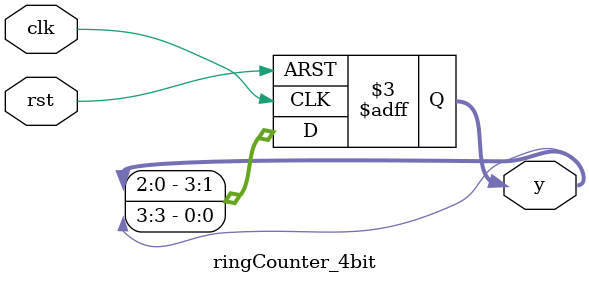
<source format=sv>
module ringCounter_4bit(clk, rst, y);
  input logic clk, rst;
  output logic [3:0] y;
  always@(posedge clk or negedge rst) begin
    if(!rst)
      y <= 4'b1000;
    else
      y <= {y[2:0], y[3]};
  end
endmodule

</source>
